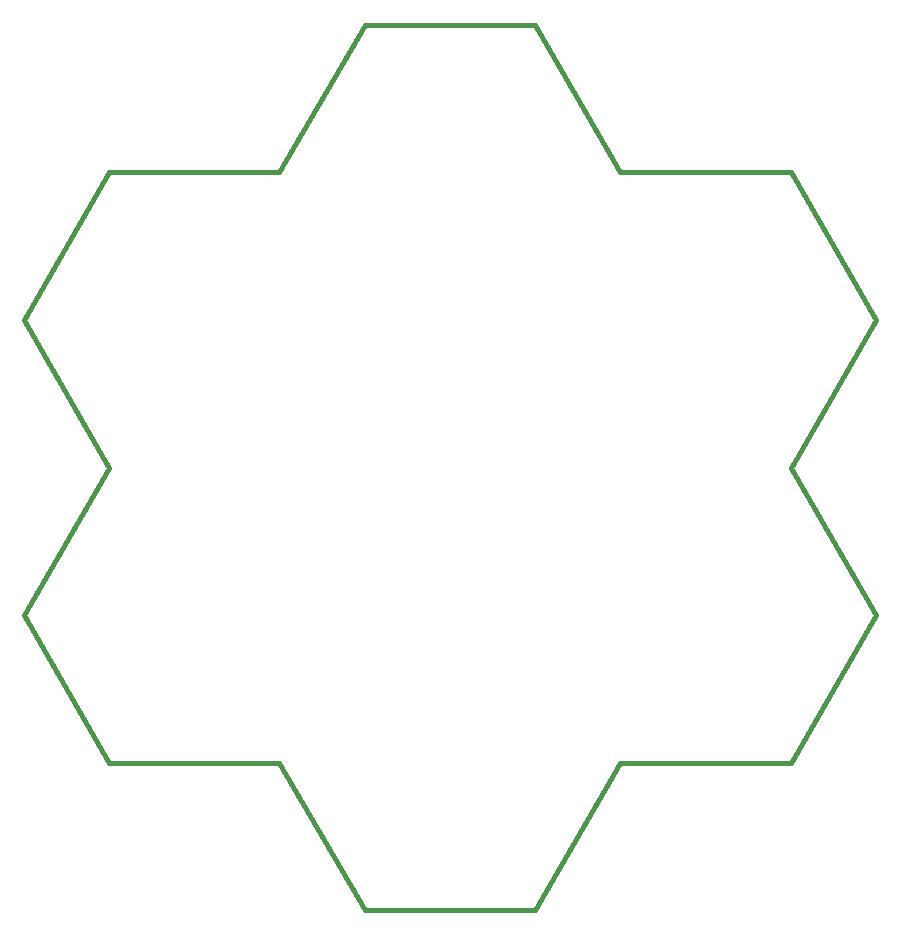
<source format=gbr>
G04 (created by PCBNEW-RS274X (2011-nov-30)-testing) date Fri 27 Jul 2012 07:09:39 PM EDT*
%MOIN*%
G04 Gerber Fmt 3.4, Leading zero omitted, Abs format*
%FSLAX34Y34*%
G01*
G70*
G90*
G04 APERTURE LIST*
%ADD10C,0.006*%
%ADD11C,0.015*%
G04 APERTURE END LIST*
G54D10*
G54D11*
X55623Y-23819D02*
X61306Y-23819D01*
X52782Y-28740D02*
X55623Y-23819D01*
X47099Y-28740D02*
X52782Y-28740D01*
X44258Y-33661D02*
X47099Y-28740D01*
X47099Y-38583D02*
X44258Y-33661D01*
X44258Y-43504D02*
X47099Y-38583D01*
X47099Y-48425D02*
X44258Y-43504D01*
X52782Y-48425D02*
X47099Y-48425D01*
X55623Y-53346D02*
X52782Y-48425D01*
X61306Y-53346D02*
X55623Y-53346D01*
X64147Y-48425D02*
X61306Y-53346D01*
X69830Y-48425D02*
X64147Y-48425D01*
X72671Y-43504D02*
X69830Y-48425D01*
X69830Y-38583D02*
X72671Y-43504D01*
X61306Y-23819D02*
X64147Y-28740D01*
X64147Y-28740D02*
X69830Y-28740D01*
X72671Y-33661D02*
X69830Y-38583D01*
X69830Y-28740D02*
X72671Y-33661D01*
M02*

</source>
